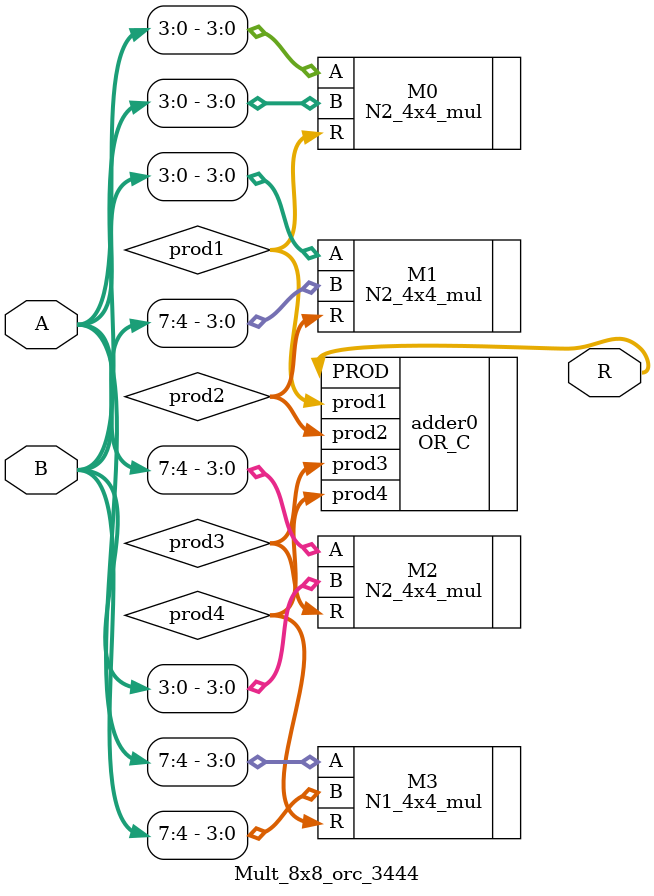
<source format=v>
module Mult_8x8_orc_3444(
input [7:0] A,
input [7:0] B,
output [15:0]R
);
wire [7:0]prod1;
wire [7:0]prod2;
wire [7:0]prod3;
wire [7:0]prod4;

N2_4x4_mul M0(.A(A[3:0]),.B(B[3:0]),.R(prod1));
N2_4x4_mul M1(.A(A[3:0]),.B(B[7:4]),.R(prod2));
N2_4x4_mul M2(.A(A[7:4]),.B(B[3:0]),.R(prod3));
N1_4x4_mul M3(.A(A[7:4]),.B(B[7:4]),.R(prod4));
OR_C adder0(.prod1(prod1),.prod2(prod2),.prod3(prod3),.prod4(prod4),.PROD(R));
endmodule

</source>
